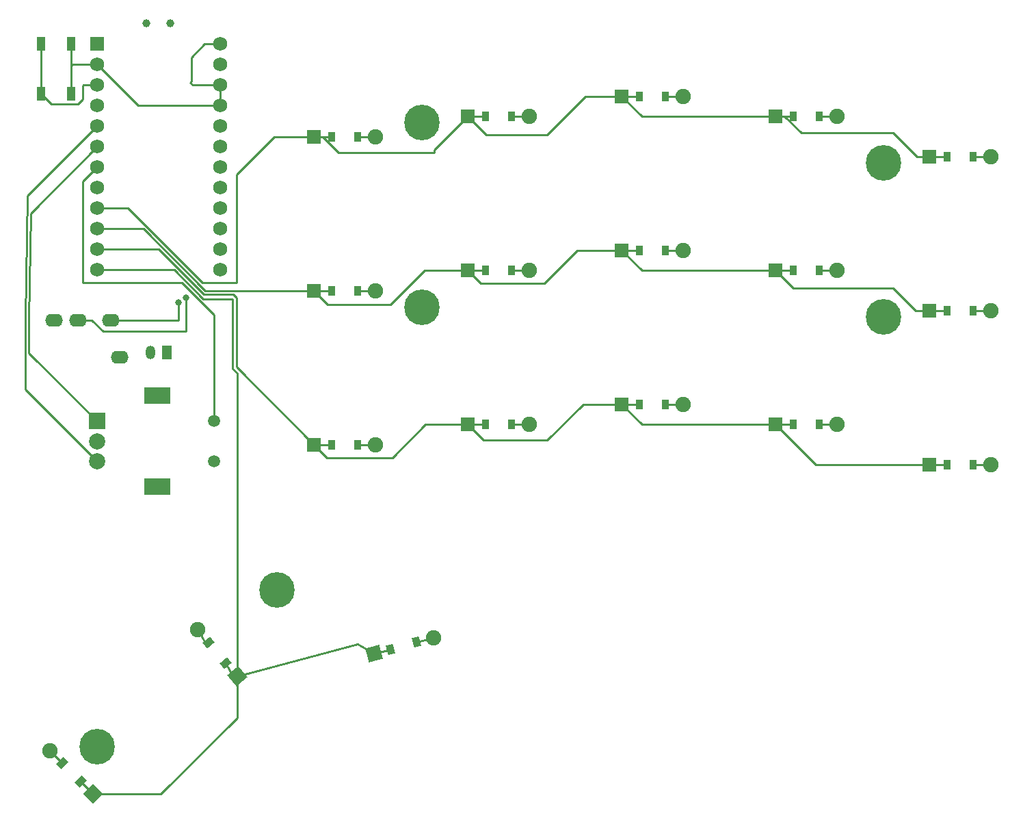
<source format=gbr>
%TF.GenerationSoftware,KiCad,Pcbnew,7.0.10*%
%TF.CreationDate,2024-02-19T14:22:16+02:00*%
%TF.ProjectId,juubo_right_final,6a757562-6f5f-4726-9967-68745f66696e,v1.0.0*%
%TF.SameCoordinates,Original*%
%TF.FileFunction,Copper,L1,Top*%
%TF.FilePolarity,Positive*%
%FSLAX46Y46*%
G04 Gerber Fmt 4.6, Leading zero omitted, Abs format (unit mm)*
G04 Created by KiCad (PCBNEW 7.0.10) date 2024-02-19 14:22:16*
%MOMM*%
%LPD*%
G01*
G04 APERTURE LIST*
G04 Aperture macros list*
%AMRotRect*
0 Rectangle, with rotation*
0 The origin of the aperture is its center*
0 $1 length*
0 $2 width*
0 $3 Rotation angle, in degrees counterclockwise*
0 Add horizontal line*
21,1,$1,$2,0,0,$3*%
G04 Aperture macros list end*
%TA.AperFunction,WasherPad*%
%ADD10C,1.000000*%
%TD*%
%TA.AperFunction,SMDPad,CuDef*%
%ADD11R,1.100000X1.800000*%
%TD*%
%TA.AperFunction,ComponentPad*%
%ADD12R,1.778000X1.778000*%
%TD*%
%TA.AperFunction,SMDPad,CuDef*%
%ADD13R,0.900000X1.200000*%
%TD*%
%TA.AperFunction,ComponentPad*%
%ADD14C,1.905000*%
%TD*%
%TA.AperFunction,ComponentPad*%
%ADD15C,0.700000*%
%TD*%
%TA.AperFunction,ComponentPad*%
%ADD16C,4.400000*%
%TD*%
%TA.AperFunction,ComponentPad*%
%ADD17O,2.200000X1.600000*%
%TD*%
%TA.AperFunction,ComponentPad*%
%ADD18R,1.200000X1.700000*%
%TD*%
%TA.AperFunction,ComponentPad*%
%ADD19O,1.200000X1.700000*%
%TD*%
%TA.AperFunction,ComponentPad*%
%ADD20R,1.752600X1.752600*%
%TD*%
%TA.AperFunction,ComponentPad*%
%ADD21C,1.752600*%
%TD*%
%TA.AperFunction,ComponentPad*%
%ADD22RotRect,1.778000X1.778000X130.000000*%
%TD*%
%TA.AperFunction,SMDPad,CuDef*%
%ADD23RotRect,0.900000X1.200000X130.000000*%
%TD*%
%TA.AperFunction,ComponentPad*%
%ADD24RotRect,1.778000X1.778000X15.000000*%
%TD*%
%TA.AperFunction,SMDPad,CuDef*%
%ADD25RotRect,0.900000X1.200000X15.000000*%
%TD*%
%TA.AperFunction,ComponentPad*%
%ADD26RotRect,1.778000X1.778000X135.000000*%
%TD*%
%TA.AperFunction,SMDPad,CuDef*%
%ADD27RotRect,0.900000X1.200000X135.000000*%
%TD*%
%TA.AperFunction,ComponentPad*%
%ADD28R,3.200000X2.000000*%
%TD*%
%TA.AperFunction,ComponentPad*%
%ADD29C,1.500000*%
%TD*%
%TA.AperFunction,ComponentPad*%
%ADD30R,2.000000X2.000000*%
%TD*%
%TA.AperFunction,ComponentPad*%
%ADD31C,2.000000*%
%TD*%
%TA.AperFunction,ViaPad*%
%ADD32C,0.800000*%
%TD*%
%TA.AperFunction,Conductor*%
%ADD33C,0.250000*%
%TD*%
G04 APERTURE END LIST*
D10*
%TO.P,T1,*%
%TO.N,*%
X290452306Y-52309506D03*
X293452306Y-52309506D03*
%TD*%
D11*
%TO.P,B1,1*%
%TO.N,GND*%
X281124804Y-54809003D03*
X281124804Y-61009003D03*
%TO.P,B1,2*%
%TO.N,RST*%
X277424804Y-54809003D03*
X277424804Y-61009003D03*
%TD*%
D12*
%TO.P,D10,1*%
%TO.N,P16*%
X330242303Y-101899005D03*
D13*
X332402303Y-101899005D03*
%TO.P,D10,2*%
%TO.N,mirror_index_bottom*%
X335702303Y-101899005D03*
D14*
X337862303Y-101899005D03*
%TD*%
D15*
%TO.P,_2,1*%
%TO.N,N/C*%
X322877304Y-64514005D03*
X323360578Y-63347279D03*
X323360578Y-65680731D03*
X324527304Y-62864005D03*
D16*
X324527304Y-64514005D03*
D15*
X324527304Y-66164005D03*
X325694030Y-63347279D03*
X325694030Y-65680731D03*
X326177304Y-64514005D03*
%TD*%
D12*
%TO.P,D1,1*%
%TO.N,P16*%
X387392306Y-106899003D03*
D13*
X389552306Y-106899003D03*
%TO.P,D1,2*%
%TO.N,mirror_pinky_bottom*%
X392852306Y-106899003D03*
D14*
X395012306Y-106899003D03*
%TD*%
D12*
%TO.P,D8,1*%
%TO.N,P14*%
X349292303Y-80349006D03*
D13*
X351452303Y-80349006D03*
%TO.P,D8,2*%
%TO.N,mirror_middle_home*%
X354752303Y-80349006D03*
D14*
X356912303Y-80349006D03*
%TD*%
D17*
%TO.P,TRRS1,1*%
%TO.N,VCC*%
X287117306Y-93629005D03*
%TO.P,TRRS1,2*%
%TO.N,P2*%
X286017306Y-89029005D03*
%TO.P,TRRS1,3*%
%TO.N,P3*%
X282017306Y-89029005D03*
%TO.P,TRRS1,4*%
%TO.N,GND*%
X279017306Y-89029005D03*
%TD*%
D12*
%TO.P,D14,1*%
%TO.N,P14*%
X311192307Y-85349004D03*
D13*
X313352307Y-85349004D03*
%TO.P,D14,2*%
%TO.N,mirror_inner_home*%
X316652307Y-85349004D03*
D14*
X318812307Y-85349004D03*
%TD*%
D15*
%TO.P,_6,1*%
%TO.N,N/C*%
X322877308Y-87374005D03*
X323360582Y-86207279D03*
X323360582Y-88540731D03*
X324527308Y-85724005D03*
D16*
X324527308Y-87374005D03*
D15*
X324527308Y-89024005D03*
X325694034Y-86207279D03*
X325694034Y-88540731D03*
X326177308Y-87374005D03*
%TD*%
D12*
%TO.P,D2,1*%
%TO.N,P14*%
X387392303Y-87849005D03*
D13*
X389552303Y-87849005D03*
%TO.P,D2,2*%
%TO.N,mirror_pinky_home*%
X392852303Y-87849005D03*
D14*
X395012303Y-87849005D03*
%TD*%
D15*
%TO.P,_1,1*%
%TO.N,N/C*%
X380027304Y-69514005D03*
X380510578Y-68347279D03*
X380510578Y-70680731D03*
X381677304Y-67864005D03*
D16*
X381677304Y-69514005D03*
D15*
X381677304Y-71164005D03*
X382844030Y-68347279D03*
X382844030Y-70680731D03*
X383327304Y-69514005D03*
%TD*%
D12*
%TO.P,D12,1*%
%TO.N,P15*%
X330242306Y-63799006D03*
D13*
X332402306Y-63799006D03*
%TO.P,D12,2*%
%TO.N,mirror_index_top*%
X335702306Y-63799006D03*
D14*
X337862306Y-63799006D03*
%TD*%
D12*
%TO.P,D4,1*%
%TO.N,P16*%
X368342303Y-101899007D03*
D13*
X370502303Y-101899007D03*
%TO.P,D4,2*%
%TO.N,mirror_ring_bottom*%
X373802303Y-101899007D03*
D14*
X375962303Y-101899007D03*
%TD*%
D12*
%TO.P,D7,1*%
%TO.N,P16*%
X349292302Y-99399004D03*
D13*
X351452302Y-99399004D03*
%TO.P,D7,2*%
%TO.N,mirror_middle_bottom*%
X354752302Y-99399004D03*
D14*
X356912302Y-99399004D03*
%TD*%
D18*
%TO.P,JST1,1*%
%TO.N,B+*%
X292952304Y-93026507D03*
D19*
%TO.P,JST1,2*%
%TO.N,GND*%
X290952304Y-93026507D03*
%TD*%
D12*
%TO.P,D13,1*%
%TO.N,P16*%
X311192301Y-104399010D03*
D13*
X313352301Y-104399010D03*
%TO.P,D13,2*%
%TO.N,mirror_inner_bottom*%
X316652301Y-104399010D03*
D14*
X318812301Y-104399010D03*
%TD*%
D20*
%TO.P,MCU1,1*%
%TO.N,RAW*%
X284332304Y-54854005D03*
D21*
%TO.P,MCU1,2*%
%TO.N,GND*%
X284332304Y-57394005D03*
%TO.P,MCU1,3*%
%TO.N,RST*%
X284332304Y-59934005D03*
%TO.P,MCU1,4*%
%TO.N,VCC*%
X284332304Y-62474005D03*
%TO.P,MCU1,5*%
%TO.N,P21*%
X284332304Y-65014005D03*
%TO.P,MCU1,6*%
%TO.N,P20*%
X284332304Y-67554005D03*
%TO.P,MCU1,7*%
%TO.N,P19*%
X284332304Y-70094005D03*
%TO.P,MCU1,8*%
%TO.N,P18*%
X284332304Y-72634005D03*
%TO.P,MCU1,9*%
%TO.N,P15*%
X284332304Y-75174005D03*
%TO.P,MCU1,10*%
%TO.N,P14*%
X284332304Y-77714005D03*
%TO.P,MCU1,11*%
%TO.N,P16*%
X284332304Y-80254005D03*
%TO.P,MCU1,12*%
%TO.N,P10*%
X284332304Y-82794005D03*
%TO.P,MCU1,13*%
%TO.N,GND*%
X299572304Y-54854005D03*
%TO.P,MCU1,14*%
%TO.N,P0*%
X299572304Y-57394005D03*
%TO.P,MCU1,15*%
%TO.N,GND*%
X299572304Y-59934005D03*
%TO.P,MCU1,16*%
X299572304Y-62474005D03*
%TO.P,MCU1,17*%
%TO.N,P2*%
X299572304Y-65014005D03*
%TO.P,MCU1,18*%
%TO.N,P3*%
X299572304Y-67554005D03*
%TO.P,MCU1,19*%
%TO.N,P4*%
X299572304Y-70094005D03*
%TO.P,MCU1,20*%
%TO.N,P5*%
X299572304Y-72634005D03*
%TO.P,MCU1,21*%
%TO.N,P6*%
X299572304Y-75174005D03*
%TO.P,MCU1,22*%
%TO.N,P7*%
X299572304Y-77714005D03*
%TO.P,MCU1,23*%
%TO.N,P8*%
X299572304Y-80254005D03*
%TO.P,MCU1,24*%
%TO.N,P9*%
X299572304Y-82794005D03*
%TD*%
D12*
%TO.P,D6,1*%
%TO.N,P15*%
X368342304Y-63799004D03*
D13*
X370502304Y-63799004D03*
%TO.P,D6,2*%
%TO.N,mirror_ring_top*%
X373802304Y-63799004D03*
D14*
X375962304Y-63799004D03*
%TD*%
D12*
%TO.P,D11,1*%
%TO.N,P14*%
X330242306Y-82849006D03*
D13*
X332402306Y-82849006D03*
%TO.P,D11,2*%
%TO.N,mirror_index_home*%
X335702306Y-82849006D03*
D14*
X337862306Y-82849006D03*
%TD*%
D22*
%TO.P,D17,1*%
%TO.N,P10*%
X301670894Y-133086603D03*
D23*
X300282473Y-131431947D03*
%TO.P,D17,2*%
%TO.N,mirror_space_cluster*%
X298161273Y-128904001D03*
D14*
X296772852Y-127249345D03*
%TD*%
D12*
%TO.P,D15,1*%
%TO.N,P15*%
X311192302Y-66299007D03*
D13*
X313352302Y-66299007D03*
%TO.P,D15,2*%
%TO.N,mirror_inner_top*%
X316652302Y-66299007D03*
D14*
X318812302Y-66299007D03*
%TD*%
D24*
%TO.P,D16,1*%
%TO.N,P10*%
X318616224Y-130264736D03*
D25*
X320702623Y-129705686D03*
%TO.P,D16,2*%
%TO.N,mirror_layer_cluster*%
X323890179Y-128851584D03*
D14*
X325976578Y-128292534D03*
%TD*%
D26*
%TO.P,D18,1*%
%TO.N,P10*%
X283876713Y-147647856D03*
D27*
X282349362Y-146120505D03*
%TO.P,D18,2*%
%TO.N,mirror_extra_cluster*%
X280015910Y-143787053D03*
D14*
X278488559Y-142259702D03*
%TD*%
D12*
%TO.P,D3,1*%
%TO.N,P15*%
X387392303Y-68799001D03*
D13*
X389552303Y-68799001D03*
%TO.P,D3,2*%
%TO.N,mirror_pinky_top*%
X392852303Y-68799001D03*
D14*
X395012303Y-68799001D03*
%TD*%
D12*
%TO.P,D5,1*%
%TO.N,P14*%
X368342308Y-82849005D03*
D13*
X370502308Y-82849005D03*
%TO.P,D5,2*%
%TO.N,mirror_ring_home*%
X373802308Y-82849005D03*
D14*
X375962308Y-82849005D03*
%TD*%
D15*
%TO.P,_5,1*%
%TO.N,N/C*%
X285549019Y-142920846D03*
X284382293Y-143404120D03*
X286032293Y-141754120D03*
X283215567Y-142920846D03*
D16*
X284382293Y-141754120D03*
D15*
X285549019Y-140587394D03*
X282732293Y-141754120D03*
X284382293Y-140104120D03*
X283215567Y-140587394D03*
%TD*%
%TO.P,_4,1*%
%TO.N,N/C*%
X305048752Y-122807139D03*
X305213588Y-121555088D03*
X305817530Y-123809030D03*
X306215479Y-120786310D03*
D16*
X306642530Y-122380088D03*
D15*
X307069581Y-123973866D03*
X307467530Y-120951146D03*
X308071472Y-123205088D03*
X308236308Y-121953037D03*
%TD*%
D12*
%TO.P,D9,1*%
%TO.N,P15*%
X349292304Y-61299004D03*
D13*
X351452304Y-61299004D03*
%TO.P,D9,2*%
%TO.N,mirror_middle_top*%
X354752304Y-61299004D03*
D14*
X356912304Y-61299004D03*
%TD*%
D15*
%TO.P,_3,1*%
%TO.N,N/C*%
X380027304Y-88564004D03*
X380510578Y-87397278D03*
X380510578Y-89730730D03*
X381677304Y-86914004D03*
D16*
X381677304Y-88564004D03*
D15*
X381677304Y-90214004D03*
X382844030Y-87397278D03*
X382844030Y-89730730D03*
X383327304Y-88564004D03*
%TD*%
D28*
%TO.P,ROT1,*%
%TO.N,*%
X291832305Y-98369002D03*
X291832305Y-109569002D03*
D29*
%TO.P,ROT1,1*%
%TO.N,P19*%
X298832305Y-101469002D03*
%TO.P,ROT1,2*%
%TO.N,GND*%
X298832305Y-106469002D03*
D30*
%TO.P,ROT1,A*%
%TO.N,P20*%
X284332305Y-101469002D03*
D31*
%TO.P,ROT1,B*%
%TO.N,P21*%
X284332305Y-106469002D03*
%TO.P,ROT1,C*%
%TO.N,GND*%
X284332305Y-103969002D03*
%TD*%
D32*
%TO.N,P2*%
X294400000Y-86800000D03*
%TO.N,P3*%
X295400000Y-86200000D03*
%TD*%
D33*
%TO.N,P19*%
X282600000Y-84400000D02*
X282600000Y-71826309D01*
X282600000Y-71826309D02*
X284332304Y-70094005D01*
X298832305Y-101469002D02*
X298832305Y-88377889D01*
X294854416Y-84400000D02*
X282600000Y-84400000D01*
X298832305Y-88377889D02*
X294854416Y-84400000D01*
%TO.N,GND*%
X281330799Y-57394005D02*
X284332304Y-57394005D01*
X296234005Y-59934005D02*
X299572304Y-59934005D01*
X289412304Y-62474005D02*
X284332304Y-57394005D01*
X297645995Y-54854005D02*
X296000000Y-56500000D01*
X299572304Y-62474005D02*
X299572304Y-59934005D01*
X296000000Y-59500000D02*
X295900000Y-59600000D01*
X296000000Y-56500000D02*
X296000000Y-59500000D01*
X281124804Y-57600000D02*
X281330799Y-57394005D01*
X281124804Y-54809003D02*
X281124804Y-57600000D01*
X281124804Y-57600000D02*
X281124804Y-61009003D01*
X299572304Y-54854005D02*
X297645995Y-54854005D01*
X299572304Y-62474005D02*
X289412304Y-62474005D01*
X295900000Y-59600000D02*
X296234005Y-59934005D01*
%TO.N,P20*%
X276115640Y-75770669D02*
X284332304Y-67554005D01*
X275921097Y-93057794D02*
X275921097Y-88874409D01*
X284332305Y-101469002D02*
X275921097Y-93057794D01*
X275921097Y-88874409D02*
X276115640Y-75770669D01*
%TO.N,P21*%
X275471097Y-97607794D02*
X275471097Y-88871097D01*
X284332305Y-106469002D02*
X275471097Y-97607794D01*
X275471097Y-88871097D02*
X275697087Y-73649222D01*
X275697087Y-73649222D02*
X284332304Y-65014005D01*
%TO.N,mirror_pinky_bottom*%
X392852304Y-106899005D02*
X395012305Y-106899000D01*
%TO.N,mirror_pinky_home*%
X395012306Y-87849005D02*
X392852305Y-87849003D01*
%TO.N,mirror_pinky_top*%
X392852305Y-68799006D02*
X395012308Y-68799003D01*
%TO.N,mirror_ring_bottom*%
X375962306Y-101899006D02*
X373802302Y-101899004D01*
%TO.N,mirror_ring_home*%
X373802307Y-82849003D02*
X375962303Y-82849008D01*
%TO.N,mirror_ring_top*%
X375962308Y-63799004D02*
X373802305Y-63799004D01*
%TO.N,mirror_middle_bottom*%
X354752305Y-99399003D02*
X356912304Y-99399004D01*
%TO.N,mirror_middle_home*%
X356912303Y-80349003D02*
X354752305Y-80349002D01*
%TO.N,mirror_middle_top*%
X354752305Y-61299006D02*
X356912305Y-61299007D01*
%TO.N,mirror_index_bottom*%
X337862303Y-101899006D02*
X335702304Y-101899003D01*
%TO.N,mirror_index_home*%
X335702302Y-82849006D02*
X337862302Y-82849006D01*
%TO.N,mirror_index_top*%
X337862305Y-63799002D02*
X335702303Y-63799006D01*
%TO.N,mirror_inner_bottom*%
X316652303Y-104399006D02*
X318812303Y-104399008D01*
%TO.N,mirror_inner_home*%
X318812309Y-85349001D02*
X316652307Y-85349005D01*
%TO.N,mirror_inner_top*%
X316652306Y-66299008D02*
X318812306Y-66299004D01*
%TO.N,mirror_layer_cluster*%
X325976578Y-128292531D02*
X323890180Y-128851580D01*
%TO.N,mirror_space_cluster*%
X296772851Y-127249345D02*
X297648902Y-128766712D01*
X297648902Y-128766712D02*
X298161270Y-128904002D01*
%TO.N,mirror_extra_cluster*%
X280015908Y-143787050D02*
X278488558Y-142259699D01*
%TO.N,P16*%
X311192304Y-104399008D02*
X312837641Y-106044344D01*
X349292303Y-99399004D02*
X351792306Y-101899007D01*
X370502306Y-101899006D02*
X368342302Y-101899010D01*
X311192305Y-104399008D02*
X313352305Y-104399004D01*
X344532485Y-99399005D02*
X349292303Y-99399004D01*
X351792306Y-101899007D02*
X368342302Y-101899004D01*
X301600000Y-94806709D02*
X301600000Y-86200000D01*
X340087145Y-103844342D02*
X344532485Y-99399005D01*
X312837641Y-106044344D02*
X320887146Y-106044343D01*
X297526212Y-85799004D02*
X291981213Y-80254005D01*
X301199004Y-85799004D02*
X297526212Y-85799004D01*
X368342302Y-101899004D02*
X373342298Y-106899003D01*
X332402305Y-101899002D02*
X330242305Y-101899003D01*
X373342298Y-106899003D02*
X387392306Y-106899005D01*
X330242302Y-101899008D02*
X332187640Y-103844344D01*
X311192301Y-104399010D02*
X301600000Y-94806709D01*
X387392306Y-106899005D02*
X389552299Y-106899006D01*
X332187640Y-103844344D02*
X340087145Y-103844342D01*
X320887146Y-106044343D02*
X325032484Y-101899006D01*
X301600000Y-86200000D02*
X301199004Y-85799004D01*
X349292307Y-99399008D02*
X351452300Y-99399003D01*
X325032484Y-101899006D02*
X330242302Y-101899008D01*
X291981213Y-80254005D02*
X284332304Y-80254005D01*
%TO.N,P14*%
X351792305Y-82849008D02*
X368342303Y-82849006D01*
X320687147Y-87044342D02*
X324882481Y-82849009D01*
X385691806Y-87849002D02*
X387392305Y-87849004D01*
X382887148Y-85044344D02*
X385691806Y-87849002D01*
X370537643Y-85044342D02*
X382887148Y-85044344D01*
X331837641Y-84444342D02*
X339687146Y-84444344D01*
X313352307Y-85349003D02*
X311192306Y-85349004D01*
X389552305Y-87849006D02*
X387392305Y-87849004D01*
X297712608Y-85349004D02*
X290077609Y-77714005D01*
X349292302Y-80349007D02*
X351792305Y-82849008D01*
X351452306Y-80349006D02*
X349292304Y-80349004D01*
X312887641Y-87044341D02*
X320687147Y-87044342D01*
X343782481Y-80349003D02*
X349292302Y-80349007D01*
X290077609Y-77714005D02*
X284332304Y-77714005D01*
X368342301Y-82849002D02*
X370502305Y-82849007D01*
X368342303Y-82849006D02*
X370537643Y-85044342D01*
X330242306Y-82849005D02*
X331837641Y-84444342D01*
X339687146Y-84444344D02*
X343782481Y-80349003D01*
X324882481Y-82849009D02*
X330242306Y-82849005D01*
X330242304Y-82849003D02*
X332402301Y-82849002D01*
X311192307Y-85349004D02*
X297712608Y-85349004D01*
X311192306Y-85349009D02*
X312887641Y-87044341D01*
%TO.N,P15*%
X368342303Y-63799003D02*
X369481305Y-63799006D01*
X332487646Y-66044343D02*
X340087144Y-66044340D01*
X371526642Y-65844342D02*
X382887144Y-65844342D01*
X326087145Y-68244342D02*
X326087146Y-67954168D01*
X311192301Y-66299004D02*
X312331303Y-66299003D01*
X351792306Y-63799007D02*
X368342303Y-63799003D01*
X385841805Y-68798999D02*
X387392307Y-68799002D01*
X311192302Y-66299007D02*
X306300993Y-66299007D01*
X344832486Y-61299001D02*
X349292302Y-61299002D01*
X326087146Y-67954168D02*
X330242306Y-63799006D01*
X288174005Y-75174005D02*
X284332304Y-75174005D01*
X330242306Y-63799006D02*
X332487646Y-66044343D01*
X370502302Y-63799007D02*
X368342305Y-63799002D01*
X369481305Y-63799006D02*
X371526642Y-65844342D01*
X301600000Y-71000000D02*
X301600000Y-84400000D01*
X349292302Y-61299002D02*
X351792306Y-63799007D01*
X306300993Y-66299007D02*
X301600000Y-71000000D01*
X382887144Y-65844342D02*
X385841805Y-68798999D01*
X297400000Y-84400000D02*
X288174005Y-75174005D01*
X387392304Y-68799003D02*
X389552306Y-68799003D01*
X311192304Y-66299005D02*
X313352305Y-66299002D01*
X340087144Y-66044340D02*
X344832486Y-61299001D01*
X314276641Y-68244342D02*
X326087145Y-68244342D01*
X312331303Y-66299003D02*
X314276641Y-68244342D01*
X349292301Y-61299007D02*
X351452301Y-61299007D01*
X332402305Y-63799004D02*
X330242304Y-63799005D01*
X301600000Y-84400000D02*
X297400000Y-84400000D01*
%TO.N,P10*%
X301670894Y-133086603D02*
X301670894Y-95513999D01*
X300282469Y-131431949D02*
X301158524Y-132949317D01*
X301670894Y-133086603D02*
X301000000Y-132415709D01*
X301158524Y-132949317D02*
X301670896Y-133086603D01*
X301670894Y-138194146D02*
X301670894Y-133086604D01*
X301150000Y-86400000D02*
X297490812Y-86400000D01*
X283876714Y-147647853D02*
X292217187Y-147647853D01*
X316583075Y-129090897D02*
X318616224Y-130264736D01*
X292217187Y-147647853D02*
X301670894Y-138194146D01*
X301670894Y-133086603D02*
X316583075Y-129090897D01*
X301150000Y-94993105D02*
X301150000Y-86400000D01*
X297490812Y-86400000D02*
X293884817Y-82794005D01*
X301670894Y-95513999D02*
X301150000Y-94993105D01*
X293884817Y-82794005D02*
X284332304Y-82794005D01*
X320702621Y-129705685D02*
X318616223Y-130264736D01*
X283876714Y-147647854D02*
X282349360Y-146120503D01*
%TO.N,RST*%
X282665995Y-59934005D02*
X284332304Y-59934005D01*
X281999804Y-62234003D02*
X282600000Y-61633807D01*
X277424804Y-61009003D02*
X278649804Y-62234003D01*
X282600000Y-60000000D02*
X282665995Y-59934005D01*
X277424804Y-54809003D02*
X277424804Y-61009003D01*
X278649804Y-62234003D02*
X281999804Y-62234003D01*
X282600000Y-61633807D02*
X282600000Y-60000000D01*
%TO.N,P2*%
X294400000Y-89000000D02*
X294400000Y-86800000D01*
X286017306Y-89029005D02*
X294370995Y-89029005D01*
X294370995Y-89029005D02*
X294400000Y-89000000D01*
%TO.N,P3*%
X282017306Y-89029005D02*
X283708296Y-89029005D01*
X295400000Y-90400000D02*
X295400000Y-86200000D01*
X283708296Y-89029005D02*
X285079291Y-90400000D01*
X285079291Y-90400000D02*
X295400000Y-90400000D01*
%TD*%
M02*

</source>
